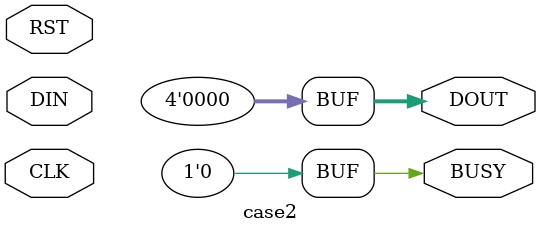
<source format=sv>

module case1 (
    input  logic        CLK, RST,
    input  logic [31:0] DATA_IN,
    output logic  [7:0] DATA_OUT,
    output logic        BUSY);

    logic busy_a, busy_b;
    assign BUSY = busy_a | busy_b;

    case2 c2a (CLK, RST, DATA_IN[15:0], DATA_OUT[3:0], busy_a);
    case2 c2b (CLK, RST, DATA_IN[31:16], DATA_OUT[7:4], busy_b);
endmodule

// Case 2: ports are dedined AFTER the module definition
module case2 (CLK, RST, DIN, DOUT, BUSY);
    input  logic        CLK, RST;
    input  logic [15:0] DIN;
    output logic  [3:0] DOUT;
    output logic        BUSY;

    assign DOUT = 4'b0000;
    assign BUSY = 1'b0;
endmodule

</source>
